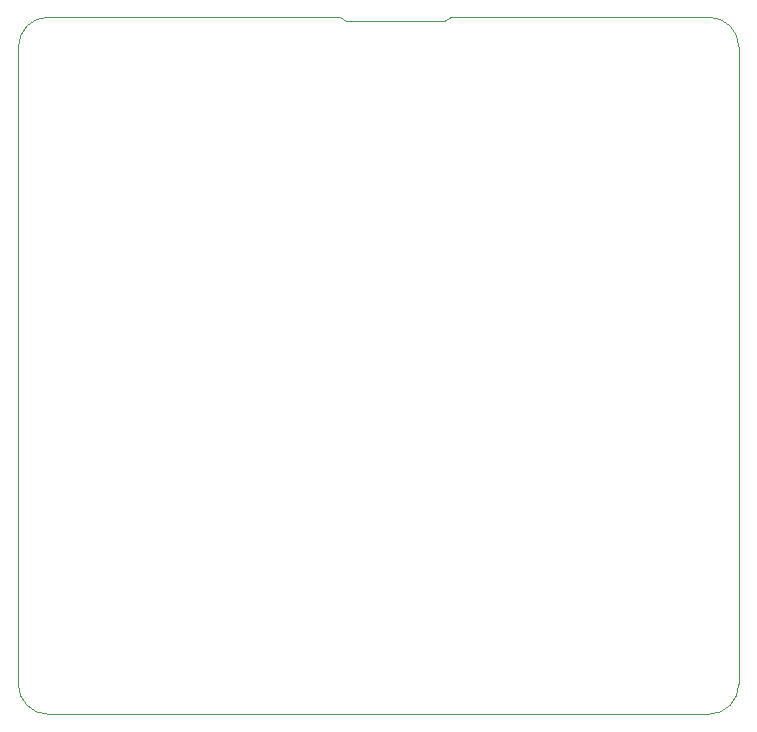
<source format=gbr>
G04 #@! TF.GenerationSoftware,KiCad,Pcbnew,(5.1.4)-1*
G04 #@! TF.CreationDate,2019-11-16T11:50:56-05:00*
G04 #@! TF.ProjectId,Feather-ZED-F9P-GPS,46656174-6865-4722-9d5a-45442d463950,rev?*
G04 #@! TF.SameCoordinates,Original*
G04 #@! TF.FileFunction,Profile,NP*
%FSLAX46Y46*%
G04 Gerber Fmt 4.6, Leading zero omitted, Abs format (unit mm)*
G04 Created by KiCad (PCBNEW (5.1.4)-1) date 2019-11-16 11:50:56*
%MOMM*%
%LPD*%
G04 APERTURE LIST*
%ADD10C,0.050000*%
G04 APERTURE END LIST*
D10*
X79895700Y-43281600D02*
X79260700Y-43611800D01*
X79895700Y-43281600D02*
X101688900Y-43281600D01*
X70993000Y-43611800D02*
X79260700Y-43611800D01*
X70472300Y-43281600D02*
X70993000Y-43611800D01*
X43231200Y-45821600D02*
G75*
G02X45771200Y-43281600I2540000J0D01*
G01*
X45771200Y-43281600D02*
X70472300Y-43281600D01*
X43231200Y-45821600D02*
X43231200Y-99771200D01*
X45771200Y-102311200D02*
G75*
G02X43231200Y-99771200I0J2540000D01*
G01*
X101688900Y-102311200D02*
X45771200Y-102311200D01*
X104228900Y-99771200D02*
X104228900Y-45821600D01*
X104228900Y-99771200D02*
G75*
G02X101688900Y-102311200I-2540000J0D01*
G01*
X101688900Y-43281600D02*
G75*
G02X104228900Y-45821600I0J-2540000D01*
G01*
M02*

</source>
